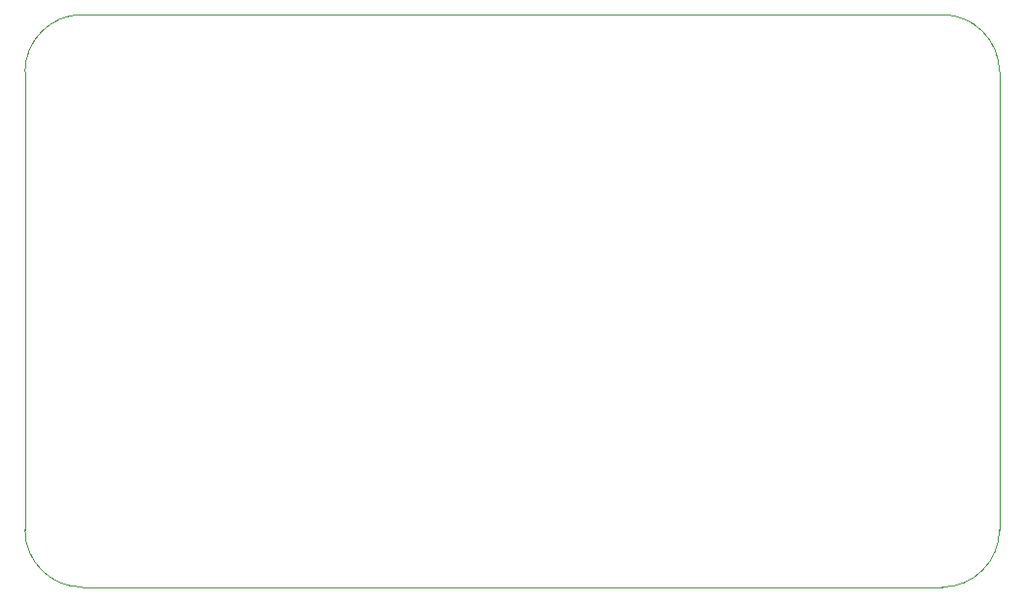
<source format=gm1>
G04 #@! TF.GenerationSoftware,KiCad,Pcbnew,6.0.9-8da3e8f707~117~ubuntu22.04.1*
G04 #@! TF.CreationDate,2022-12-19T09:45:41+00:00*
G04 #@! TF.ProjectId,esp32display,65737033-3264-4697-9370-6c61792e6b69,rev?*
G04 #@! TF.SameCoordinates,Original*
G04 #@! TF.FileFunction,Profile,NP*
%FSLAX46Y46*%
G04 Gerber Fmt 4.6, Leading zero omitted, Abs format (unit mm)*
G04 Created by KiCad (PCBNEW 6.0.9-8da3e8f707~117~ubuntu22.04.1) date 2022-12-19 09:45:41*
%MOMM*%
%LPD*%
G01*
G04 APERTURE LIST*
G04 #@! TA.AperFunction,Profile*
%ADD10C,0.100000*%
G04 #@! TD*
G04 APERTURE END LIST*
D10*
X121500000Y-119000000D02*
G75*
G03*
X126500000Y-124000000I5000000J0D01*
G01*
X201500000Y-124000000D02*
X126500000Y-124000000D01*
X126500000Y-74000000D02*
X201500000Y-74000000D01*
X126500000Y-74000000D02*
G75*
G03*
X121500000Y-79000000I0J-5000000D01*
G01*
X201500000Y-124000000D02*
G75*
G03*
X206500000Y-119000000I0J5000000D01*
G01*
X206500000Y-79000000D02*
X206500000Y-119000000D01*
X206500000Y-79000000D02*
G75*
G03*
X201500000Y-74000000I-5000000J0D01*
G01*
X121500000Y-119000000D02*
X121500000Y-79000000D01*
M02*

</source>
